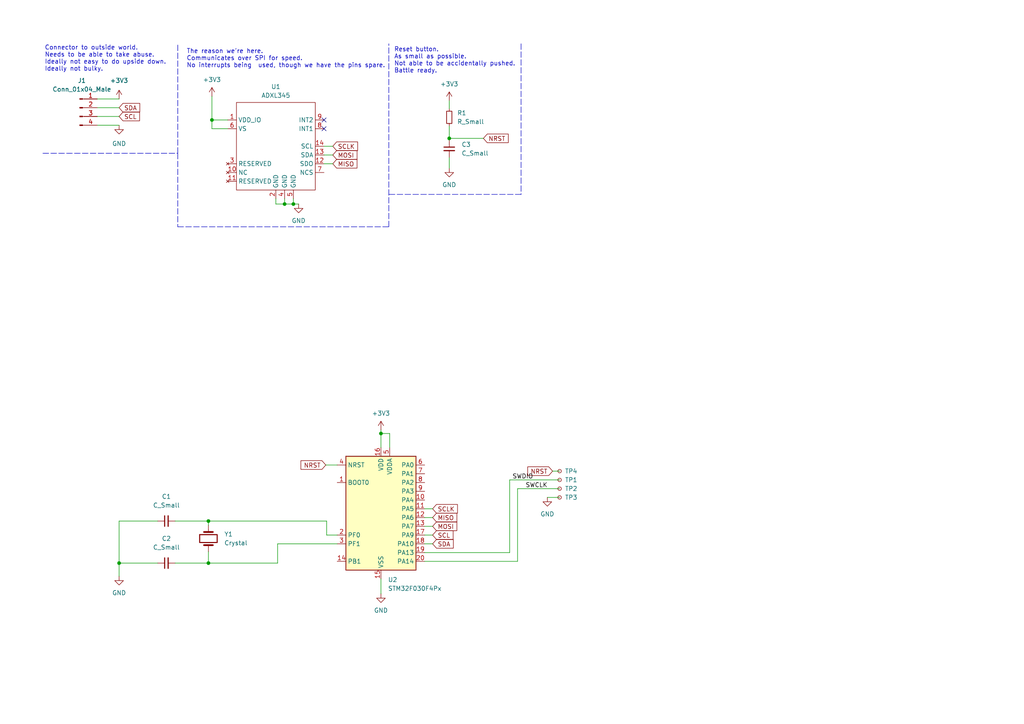
<source format=kicad_sch>
(kicad_sch (version 20211123) (generator eeschema)

  (uuid 4554de77-a63b-4187-9295-82d0f32f3b04)

  (paper "A4")

  (lib_symbols
    (symbol "Connector:Conn_01x04_Male" (pin_names (offset 1.016) hide) (in_bom yes) (on_board yes)
      (property "Reference" "J" (id 0) (at 0 5.08 0)
        (effects (font (size 1.27 1.27)))
      )
      (property "Value" "Conn_01x04_Male" (id 1) (at 0 -7.62 0)
        (effects (font (size 1.27 1.27)))
      )
      (property "Footprint" "" (id 2) (at 0 0 0)
        (effects (font (size 1.27 1.27)) hide)
      )
      (property "Datasheet" "~" (id 3) (at 0 0 0)
        (effects (font (size 1.27 1.27)) hide)
      )
      (property "ki_keywords" "connector" (id 4) (at 0 0 0)
        (effects (font (size 1.27 1.27)) hide)
      )
      (property "ki_description" "Generic connector, single row, 01x04, script generated (kicad-library-utils/schlib/autogen/connector/)" (id 5) (at 0 0 0)
        (effects (font (size 1.27 1.27)) hide)
      )
      (property "ki_fp_filters" "Connector*:*_1x??_*" (id 6) (at 0 0 0)
        (effects (font (size 1.27 1.27)) hide)
      )
      (symbol "Conn_01x04_Male_1_1"
        (polyline
          (pts
            (xy 1.27 -5.08)
            (xy 0.8636 -5.08)
          )
          (stroke (width 0.1524) (type default) (color 0 0 0 0))
          (fill (type none))
        )
        (polyline
          (pts
            (xy 1.27 -2.54)
            (xy 0.8636 -2.54)
          )
          (stroke (width 0.1524) (type default) (color 0 0 0 0))
          (fill (type none))
        )
        (polyline
          (pts
            (xy 1.27 0)
            (xy 0.8636 0)
          )
          (stroke (width 0.1524) (type default) (color 0 0 0 0))
          (fill (type none))
        )
        (polyline
          (pts
            (xy 1.27 2.54)
            (xy 0.8636 2.54)
          )
          (stroke (width 0.1524) (type default) (color 0 0 0 0))
          (fill (type none))
        )
        (rectangle (start 0.8636 -4.953) (end 0 -5.207)
          (stroke (width 0.1524) (type default) (color 0 0 0 0))
          (fill (type outline))
        )
        (rectangle (start 0.8636 -2.413) (end 0 -2.667)
          (stroke (width 0.1524) (type default) (color 0 0 0 0))
          (fill (type outline))
        )
        (rectangle (start 0.8636 0.127) (end 0 -0.127)
          (stroke (width 0.1524) (type default) (color 0 0 0 0))
          (fill (type outline))
        )
        (rectangle (start 0.8636 2.667) (end 0 2.413)
          (stroke (width 0.1524) (type default) (color 0 0 0 0))
          (fill (type outline))
        )
        (pin passive line (at 5.08 2.54 180) (length 3.81)
          (name "Pin_1" (effects (font (size 1.27 1.27))))
          (number "1" (effects (font (size 1.27 1.27))))
        )
        (pin passive line (at 5.08 0 180) (length 3.81)
          (name "Pin_2" (effects (font (size 1.27 1.27))))
          (number "2" (effects (font (size 1.27 1.27))))
        )
        (pin passive line (at 5.08 -2.54 180) (length 3.81)
          (name "Pin_3" (effects (font (size 1.27 1.27))))
          (number "3" (effects (font (size 1.27 1.27))))
        )
        (pin passive line (at 5.08 -5.08 180) (length 3.81)
          (name "Pin_4" (effects (font (size 1.27 1.27))))
          (number "4" (effects (font (size 1.27 1.27))))
        )
      )
    )
    (symbol "Connector:TestPoint_Small" (pin_numbers hide) (pin_names (offset 0.762) hide) (in_bom yes) (on_board yes)
      (property "Reference" "TP" (id 0) (at 0 3.81 0)
        (effects (font (size 1.27 1.27)))
      )
      (property "Value" "TestPoint_Small" (id 1) (at 0 2.032 0)
        (effects (font (size 1.27 1.27)))
      )
      (property "Footprint" "" (id 2) (at 5.08 0 0)
        (effects (font (size 1.27 1.27)) hide)
      )
      (property "Datasheet" "~" (id 3) (at 5.08 0 0)
        (effects (font (size 1.27 1.27)) hide)
      )
      (property "ki_keywords" "test point tp" (id 4) (at 0 0 0)
        (effects (font (size 1.27 1.27)) hide)
      )
      (property "ki_description" "test point" (id 5) (at 0 0 0)
        (effects (font (size 1.27 1.27)) hide)
      )
      (property "ki_fp_filters" "Pin* Test*" (id 6) (at 0 0 0)
        (effects (font (size 1.27 1.27)) hide)
      )
      (symbol "TestPoint_Small_0_1"
        (circle (center 0 0) (radius 0.508)
          (stroke (width 0) (type default) (color 0 0 0 0))
          (fill (type none))
        )
      )
      (symbol "TestPoint_Small_1_1"
        (pin passive line (at 0 0 90) (length 0)
          (name "1" (effects (font (size 1.27 1.27))))
          (number "1" (effects (font (size 1.27 1.27))))
        )
      )
    )
    (symbol "Custom:ADXL345" (in_bom yes) (on_board yes)
      (property "Reference" "U" (id 0) (at 0 0 0)
        (effects (font (size 1.27 1.27)))
      )
      (property "Value" "ADXL345" (id 1) (at 0 -2.54 0)
        (effects (font (size 1.27 1.27)))
      )
      (property "Footprint" "Package_LGA:LGA-14_3x5mm_P0.8mm_LayoutBorder1x6y" (id 2) (at 0 0 0)
        (effects (font (size 1.27 1.27)) hide)
      )
      (property "Datasheet" "" (id 3) (at 0 0 0)
        (effects (font (size 1.27 1.27)) hide)
      )
      (symbol "ADXL345_0_1"
        (rectangle (start -11.43 -3.81) (end 11.43 -29.21)
          (stroke (width 0) (type default) (color 0 0 0 0))
          (fill (type none))
        )
      )
      (symbol "ADXL345_1_1"
        (pin power_in line (at -13.97 -8.89 0) (length 2.54)
          (name "VDD_IO" (effects (font (size 1.27 1.27))))
          (number "1" (effects (font (size 1.27 1.27))))
        )
        (pin no_connect line (at -13.97 -24.13 0) (length 2.54)
          (name "NC" (effects (font (size 1.27 1.27))))
          (number "10" (effects (font (size 1.27 1.27))))
        )
        (pin no_connect line (at -13.97 -26.67 0) (length 2.54)
          (name "RESERVED" (effects (font (size 1.27 1.27))))
          (number "11" (effects (font (size 1.27 1.27))))
        )
        (pin output line (at 13.97 -21.59 180) (length 2.54)
          (name "SDO" (effects (font (size 1.27 1.27))))
          (number "12" (effects (font (size 1.27 1.27))))
        )
        (pin bidirectional line (at 13.97 -19.05 180) (length 2.54)
          (name "SDA" (effects (font (size 1.27 1.27))))
          (number "13" (effects (font (size 1.27 1.27))))
        )
        (pin bidirectional line (at 13.97 -16.51 180) (length 2.54)
          (name "SCL" (effects (font (size 1.27 1.27))))
          (number "14" (effects (font (size 1.27 1.27))))
        )
        (pin power_in line (at 0 -31.75 90) (length 2.54)
          (name "GND" (effects (font (size 1.27 1.27))))
          (number "2" (effects (font (size 1.27 1.27))))
        )
        (pin no_connect line (at -13.97 -21.59 0) (length 2.54)
          (name "RESERVED" (effects (font (size 1.27 1.27))))
          (number "3" (effects (font (size 1.27 1.27))))
        )
        (pin power_in line (at 2.54 -31.75 90) (length 2.54)
          (name "GND" (effects (font (size 1.27 1.27))))
          (number "4" (effects (font (size 1.27 1.27))))
        )
        (pin power_in line (at 5.08 -31.75 90) (length 2.54)
          (name "GND" (effects (font (size 1.27 1.27))))
          (number "5" (effects (font (size 1.27 1.27))))
        )
        (pin power_in line (at -13.97 -11.43 0) (length 2.54)
          (name "VS" (effects (font (size 1.27 1.27))))
          (number "6" (effects (font (size 1.27 1.27))))
        )
        (pin input line (at 13.97 -24.13 180) (length 2.54)
          (name "NCS" (effects (font (size 1.27 1.27))))
          (number "7" (effects (font (size 1.27 1.27))))
        )
        (pin output line (at 13.97 -11.43 180) (length 2.54)
          (name "INT1" (effects (font (size 1.27 1.27))))
          (number "8" (effects (font (size 1.27 1.27))))
        )
        (pin output line (at 13.97 -8.89 180) (length 2.54)
          (name "INT2" (effects (font (size 1.27 1.27))))
          (number "9" (effects (font (size 1.27 1.27))))
        )
      )
    )
    (symbol "Device:C_Small" (pin_numbers hide) (pin_names (offset 0.254) hide) (in_bom yes) (on_board yes)
      (property "Reference" "C" (id 0) (at 0.254 1.778 0)
        (effects (font (size 1.27 1.27)) (justify left))
      )
      (property "Value" "C_Small" (id 1) (at 0.254 -2.032 0)
        (effects (font (size 1.27 1.27)) (justify left))
      )
      (property "Footprint" "" (id 2) (at 0 0 0)
        (effects (font (size 1.27 1.27)) hide)
      )
      (property "Datasheet" "~" (id 3) (at 0 0 0)
        (effects (font (size 1.27 1.27)) hide)
      )
      (property "ki_keywords" "capacitor cap" (id 4) (at 0 0 0)
        (effects (font (size 1.27 1.27)) hide)
      )
      (property "ki_description" "Unpolarized capacitor, small symbol" (id 5) (at 0 0 0)
        (effects (font (size 1.27 1.27)) hide)
      )
      (property "ki_fp_filters" "C_*" (id 6) (at 0 0 0)
        (effects (font (size 1.27 1.27)) hide)
      )
      (symbol "C_Small_0_1"
        (polyline
          (pts
            (xy -1.524 -0.508)
            (xy 1.524 -0.508)
          )
          (stroke (width 0.3302) (type default) (color 0 0 0 0))
          (fill (type none))
        )
        (polyline
          (pts
            (xy -1.524 0.508)
            (xy 1.524 0.508)
          )
          (stroke (width 0.3048) (type default) (color 0 0 0 0))
          (fill (type none))
        )
      )
      (symbol "C_Small_1_1"
        (pin passive line (at 0 2.54 270) (length 2.032)
          (name "~" (effects (font (size 1.27 1.27))))
          (number "1" (effects (font (size 1.27 1.27))))
        )
        (pin passive line (at 0 -2.54 90) (length 2.032)
          (name "~" (effects (font (size 1.27 1.27))))
          (number "2" (effects (font (size 1.27 1.27))))
        )
      )
    )
    (symbol "Device:Crystal" (pin_numbers hide) (pin_names (offset 1.016) hide) (in_bom yes) (on_board yes)
      (property "Reference" "Y" (id 0) (at 0 3.81 0)
        (effects (font (size 1.27 1.27)))
      )
      (property "Value" "Crystal" (id 1) (at 0 -3.81 0)
        (effects (font (size 1.27 1.27)))
      )
      (property "Footprint" "" (id 2) (at 0 0 0)
        (effects (font (size 1.27 1.27)) hide)
      )
      (property "Datasheet" "~" (id 3) (at 0 0 0)
        (effects (font (size 1.27 1.27)) hide)
      )
      (property "ki_keywords" "quartz ceramic resonator oscillator" (id 4) (at 0 0 0)
        (effects (font (size 1.27 1.27)) hide)
      )
      (property "ki_description" "Two pin crystal" (id 5) (at 0 0 0)
        (effects (font (size 1.27 1.27)) hide)
      )
      (property "ki_fp_filters" "Crystal*" (id 6) (at 0 0 0)
        (effects (font (size 1.27 1.27)) hide)
      )
      (symbol "Crystal_0_1"
        (rectangle (start -1.143 2.54) (end 1.143 -2.54)
          (stroke (width 0.3048) (type default) (color 0 0 0 0))
          (fill (type none))
        )
        (polyline
          (pts
            (xy -2.54 0)
            (xy -1.905 0)
          )
          (stroke (width 0) (type default) (color 0 0 0 0))
          (fill (type none))
        )
        (polyline
          (pts
            (xy -1.905 -1.27)
            (xy -1.905 1.27)
          )
          (stroke (width 0.508) (type default) (color 0 0 0 0))
          (fill (type none))
        )
        (polyline
          (pts
            (xy 1.905 -1.27)
            (xy 1.905 1.27)
          )
          (stroke (width 0.508) (type default) (color 0 0 0 0))
          (fill (type none))
        )
        (polyline
          (pts
            (xy 2.54 0)
            (xy 1.905 0)
          )
          (stroke (width 0) (type default) (color 0 0 0 0))
          (fill (type none))
        )
      )
      (symbol "Crystal_1_1"
        (pin passive line (at -3.81 0 0) (length 1.27)
          (name "1" (effects (font (size 1.27 1.27))))
          (number "1" (effects (font (size 1.27 1.27))))
        )
        (pin passive line (at 3.81 0 180) (length 1.27)
          (name "2" (effects (font (size 1.27 1.27))))
          (number "2" (effects (font (size 1.27 1.27))))
        )
      )
    )
    (symbol "Device:R_Small" (pin_numbers hide) (pin_names (offset 0.254) hide) (in_bom yes) (on_board yes)
      (property "Reference" "R" (id 0) (at 0.762 0.508 0)
        (effects (font (size 1.27 1.27)) (justify left))
      )
      (property "Value" "R_Small" (id 1) (at 0.762 -1.016 0)
        (effects (font (size 1.27 1.27)) (justify left))
      )
      (property "Footprint" "" (id 2) (at 0 0 0)
        (effects (font (size 1.27 1.27)) hide)
      )
      (property "Datasheet" "~" (id 3) (at 0 0 0)
        (effects (font (size 1.27 1.27)) hide)
      )
      (property "ki_keywords" "R resistor" (id 4) (at 0 0 0)
        (effects (font (size 1.27 1.27)) hide)
      )
      (property "ki_description" "Resistor, small symbol" (id 5) (at 0 0 0)
        (effects (font (size 1.27 1.27)) hide)
      )
      (property "ki_fp_filters" "R_*" (id 6) (at 0 0 0)
        (effects (font (size 1.27 1.27)) hide)
      )
      (symbol "R_Small_0_1"
        (rectangle (start -0.762 1.778) (end 0.762 -1.778)
          (stroke (width 0.2032) (type default) (color 0 0 0 0))
          (fill (type none))
        )
      )
      (symbol "R_Small_1_1"
        (pin passive line (at 0 2.54 270) (length 0.762)
          (name "~" (effects (font (size 1.27 1.27))))
          (number "1" (effects (font (size 1.27 1.27))))
        )
        (pin passive line (at 0 -2.54 90) (length 0.762)
          (name "~" (effects (font (size 1.27 1.27))))
          (number "2" (effects (font (size 1.27 1.27))))
        )
      )
    )
    (symbol "MCU_ST_STM32F0:STM32F030F4Px" (in_bom yes) (on_board yes)
      (property "Reference" "U" (id 0) (at -10.16 16.51 0)
        (effects (font (size 1.27 1.27)) (justify left))
      )
      (property "Value" "STM32F030F4Px" (id 1) (at 5.08 16.51 0)
        (effects (font (size 1.27 1.27)) (justify left))
      )
      (property "Footprint" "Package_SO:TSSOP-20_4.4x6.5mm_P0.65mm" (id 2) (at -10.16 -17.78 0)
        (effects (font (size 1.27 1.27)) (justify right) hide)
      )
      (property "Datasheet" "http://www.st.com/st-web-ui/static/active/en/resource/technical/document/datasheet/DM00088500.pdf" (id 3) (at 0 0 0)
        (effects (font (size 1.27 1.27)) hide)
      )
      (property "ki_keywords" "ARM Cortex-M0 STM32F0 STM32F0x0 Value Line" (id 4) (at 0 0 0)
        (effects (font (size 1.27 1.27)) hide)
      )
      (property "ki_description" "ARM Cortex-M0 MCU, 16KB flash, 4KB RAM, 48MHz, 2.4-3.6V, 15 GPIO, TSSOP-20" (id 5) (at 0 0 0)
        (effects (font (size 1.27 1.27)) hide)
      )
      (property "ki_fp_filters" "TSSOP*4.4x6.5mm*P0.65mm*" (id 6) (at 0 0 0)
        (effects (font (size 1.27 1.27)) hide)
      )
      (symbol "STM32F030F4Px_0_1"
        (rectangle (start -10.16 -17.78) (end 10.16 15.24)
          (stroke (width 0.254) (type default) (color 0 0 0 0))
          (fill (type background))
        )
      )
      (symbol "STM32F030F4Px_1_1"
        (pin input line (at -12.7 7.62 0) (length 2.54)
          (name "BOOT0" (effects (font (size 1.27 1.27))))
          (number "1" (effects (font (size 1.27 1.27))))
        )
        (pin bidirectional line (at 12.7 2.54 180) (length 2.54)
          (name "PA4" (effects (font (size 1.27 1.27))))
          (number "10" (effects (font (size 1.27 1.27))))
        )
        (pin bidirectional line (at 12.7 0 180) (length 2.54)
          (name "PA5" (effects (font (size 1.27 1.27))))
          (number "11" (effects (font (size 1.27 1.27))))
        )
        (pin bidirectional line (at 12.7 -2.54 180) (length 2.54)
          (name "PA6" (effects (font (size 1.27 1.27))))
          (number "12" (effects (font (size 1.27 1.27))))
        )
        (pin bidirectional line (at 12.7 -5.08 180) (length 2.54)
          (name "PA7" (effects (font (size 1.27 1.27))))
          (number "13" (effects (font (size 1.27 1.27))))
        )
        (pin bidirectional line (at -12.7 -15.24 0) (length 2.54)
          (name "PB1" (effects (font (size 1.27 1.27))))
          (number "14" (effects (font (size 1.27 1.27))))
        )
        (pin power_in line (at 0 -20.32 90) (length 2.54)
          (name "VSS" (effects (font (size 1.27 1.27))))
          (number "15" (effects (font (size 1.27 1.27))))
        )
        (pin power_in line (at 0 17.78 270) (length 2.54)
          (name "VDD" (effects (font (size 1.27 1.27))))
          (number "16" (effects (font (size 1.27 1.27))))
        )
        (pin bidirectional line (at 12.7 -7.62 180) (length 2.54)
          (name "PA9" (effects (font (size 1.27 1.27))))
          (number "17" (effects (font (size 1.27 1.27))))
        )
        (pin bidirectional line (at 12.7 -10.16 180) (length 2.54)
          (name "PA10" (effects (font (size 1.27 1.27))))
          (number "18" (effects (font (size 1.27 1.27))))
        )
        (pin bidirectional line (at 12.7 -12.7 180) (length 2.54)
          (name "PA13" (effects (font (size 1.27 1.27))))
          (number "19" (effects (font (size 1.27 1.27))))
        )
        (pin input line (at -12.7 -7.62 0) (length 2.54)
          (name "PF0" (effects (font (size 1.27 1.27))))
          (number "2" (effects (font (size 1.27 1.27))))
        )
        (pin bidirectional line (at 12.7 -15.24 180) (length 2.54)
          (name "PA14" (effects (font (size 1.27 1.27))))
          (number "20" (effects (font (size 1.27 1.27))))
        )
        (pin input line (at -12.7 -10.16 0) (length 2.54)
          (name "PF1" (effects (font (size 1.27 1.27))))
          (number "3" (effects (font (size 1.27 1.27))))
        )
        (pin input line (at -12.7 12.7 0) (length 2.54)
          (name "NRST" (effects (font (size 1.27 1.27))))
          (number "4" (effects (font (size 1.27 1.27))))
        )
        (pin power_in line (at 2.54 17.78 270) (length 2.54)
          (name "VDDA" (effects (font (size 1.27 1.27))))
          (number "5" (effects (font (size 1.27 1.27))))
        )
        (pin bidirectional line (at 12.7 12.7 180) (length 2.54)
          (name "PA0" (effects (font (size 1.27 1.27))))
          (number "6" (effects (font (size 1.27 1.27))))
        )
        (pin bidirectional line (at 12.7 10.16 180) (length 2.54)
          (name "PA1" (effects (font (size 1.27 1.27))))
          (number "7" (effects (font (size 1.27 1.27))))
        )
        (pin bidirectional line (at 12.7 7.62 180) (length 2.54)
          (name "PA2" (effects (font (size 1.27 1.27))))
          (number "8" (effects (font (size 1.27 1.27))))
        )
        (pin bidirectional line (at 12.7 5.08 180) (length 2.54)
          (name "PA3" (effects (font (size 1.27 1.27))))
          (number "9" (effects (font (size 1.27 1.27))))
        )
      )
    )
    (symbol "power:+3V3" (power) (pin_names (offset 0)) (in_bom yes) (on_board yes)
      (property "Reference" "#PWR" (id 0) (at 0 -3.81 0)
        (effects (font (size 1.27 1.27)) hide)
      )
      (property "Value" "+3V3" (id 1) (at 0 3.556 0)
        (effects (font (size 1.27 1.27)))
      )
      (property "Footprint" "" (id 2) (at 0 0 0)
        (effects (font (size 1.27 1.27)) hide)
      )
      (property "Datasheet" "" (id 3) (at 0 0 0)
        (effects (font (size 1.27 1.27)) hide)
      )
      (property "ki_keywords" "power-flag" (id 4) (at 0 0 0)
        (effects (font (size 1.27 1.27)) hide)
      )
      (property "ki_description" "Power symbol creates a global label with name \"+3V3\"" (id 5) (at 0 0 0)
        (effects (font (size 1.27 1.27)) hide)
      )
      (symbol "+3V3_0_1"
        (polyline
          (pts
            (xy -0.762 1.27)
            (xy 0 2.54)
          )
          (stroke (width 0) (type default) (color 0 0 0 0))
          (fill (type none))
        )
        (polyline
          (pts
            (xy 0 0)
            (xy 0 2.54)
          )
          (stroke (width 0) (type default) (color 0 0 0 0))
          (fill (type none))
        )
        (polyline
          (pts
            (xy 0 2.54)
            (xy 0.762 1.27)
          )
          (stroke (width 0) (type default) (color 0 0 0 0))
          (fill (type none))
        )
      )
      (symbol "+3V3_1_1"
        (pin power_in line (at 0 0 90) (length 0) hide
          (name "+3V3" (effects (font (size 1.27 1.27))))
          (number "1" (effects (font (size 1.27 1.27))))
        )
      )
    )
    (symbol "power:GND" (power) (pin_names (offset 0)) (in_bom yes) (on_board yes)
      (property "Reference" "#PWR" (id 0) (at 0 -6.35 0)
        (effects (font (size 1.27 1.27)) hide)
      )
      (property "Value" "GND" (id 1) (at 0 -3.81 0)
        (effects (font (size 1.27 1.27)))
      )
      (property "Footprint" "" (id 2) (at 0 0 0)
        (effects (font (size 1.27 1.27)) hide)
      )
      (property "Datasheet" "" (id 3) (at 0 0 0)
        (effects (font (size 1.27 1.27)) hide)
      )
      (property "ki_keywords" "power-flag" (id 4) (at 0 0 0)
        (effects (font (size 1.27 1.27)) hide)
      )
      (property "ki_description" "Power symbol creates a global label with name \"GND\" , ground" (id 5) (at 0 0 0)
        (effects (font (size 1.27 1.27)) hide)
      )
      (symbol "GND_0_1"
        (polyline
          (pts
            (xy 0 0)
            (xy 0 -1.27)
            (xy 1.27 -1.27)
            (xy 0 -2.54)
            (xy -1.27 -1.27)
            (xy 0 -1.27)
          )
          (stroke (width 0) (type default) (color 0 0 0 0))
          (fill (type none))
        )
      )
      (symbol "GND_1_1"
        (pin power_in line (at 0 0 270) (length 0) hide
          (name "GND" (effects (font (size 1.27 1.27))))
          (number "1" (effects (font (size 1.27 1.27))))
        )
      )
    )
  )

  (junction (at 34.544 163.322) (diameter 0) (color 0 0 0 0)
    (uuid 21812aa5-c6ba-4cb8-b8cf-1d141a16c49a)
  )
  (junction (at 85.09 59.182) (diameter 0) (color 0 0 0 0)
    (uuid 3127584c-0940-481c-aec5-172d14859d02)
  )
  (junction (at 60.452 151.13) (diameter 0) (color 0 0 0 0)
    (uuid 6e95465e-bef2-4962-98d7-c9304fab360c)
  )
  (junction (at 110.49 125.73) (diameter 0) (color 0 0 0 0)
    (uuid 83a2cd9b-eab0-4cfc-8f56-28024c40119f)
  )
  (junction (at 130.302 40.132) (diameter 0) (color 0 0 0 0)
    (uuid 9c128b4e-b7ed-42b1-a8a0-e93427c2a462)
  )
  (junction (at 82.55 59.182) (diameter 0) (color 0 0 0 0)
    (uuid c03b9929-846d-47b7-9325-c2caada03130)
  )
  (junction (at 61.468 34.798) (diameter 0) (color 0 0 0 0)
    (uuid d3363324-da13-46a8-96b1-4ad7de949e82)
  )
  (junction (at 60.452 163.322) (diameter 0) (color 0 0 0 0)
    (uuid d3c04c43-a4b0-4f1e-a4fb-6e558111cb00)
  )

  (no_connect (at 93.98 37.338) (uuid 4acf1110-05c9-4ddd-9e19-889fc312cea4))
  (no_connect (at 93.98 34.798) (uuid b9810df2-b35d-4174-95f9-b54ac1fdb526))

  (wire (pts (xy 130.302 36.576) (xy 130.302 40.132))
    (stroke (width 0) (type default) (color 0 0 0 0))
    (uuid 00223ac1-d5bf-4359-8f52-f62a4490f58f)
  )
  (wire (pts (xy 28.194 33.782) (xy 34.544 33.782))
    (stroke (width 0) (type default) (color 0 0 0 0))
    (uuid 10d35805-d8e0-42a1-9eaf-a30b22b07443)
  )
  (wire (pts (xy 60.452 163.322) (xy 60.452 160.02))
    (stroke (width 0) (type default) (color 0 0 0 0))
    (uuid 182fe22d-0088-4835-8fa7-1da9d805809c)
  )
  (wire (pts (xy 28.194 31.242) (xy 34.544 31.242))
    (stroke (width 0) (type default) (color 0 0 0 0))
    (uuid 1b38a0ce-db7b-4f1c-a7fe-7a73e06f1d85)
  )
  (polyline (pts (xy 151.13 12.7) (xy 151.13 56.388))
    (stroke (width 0) (type default) (color 0 0 0 0))
    (uuid 1cb5a34a-44cd-4043-875f-51567a730143)
  )

  (wire (pts (xy 45.72 163.322) (xy 34.544 163.322))
    (stroke (width 0) (type default) (color 0 0 0 0))
    (uuid 213b6ce2-cbfb-422c-8b1c-21f23fbb28f8)
  )
  (wire (pts (xy 85.09 59.182) (xy 86.614 59.182))
    (stroke (width 0) (type default) (color 0 0 0 0))
    (uuid 23935696-2abe-4253-9c21-eb860255c5a7)
  )
  (wire (pts (xy 158.75 144.272) (xy 162.306 144.272))
    (stroke (width 0) (type default) (color 0 0 0 0))
    (uuid 312fbdbe-7cc8-4816-92aa-d2834bed1619)
  )
  (wire (pts (xy 80.518 157.734) (xy 80.518 163.322))
    (stroke (width 0) (type default) (color 0 0 0 0))
    (uuid 34050151-988a-49a4-98fe-9ab9d1b7f615)
  )
  (wire (pts (xy 82.55 57.658) (xy 82.55 59.182))
    (stroke (width 0) (type default) (color 0 0 0 0))
    (uuid 36f05a2e-e66e-4535-b9fb-0dc3dcf53dc9)
  )
  (wire (pts (xy 50.8 151.13) (xy 60.452 151.13))
    (stroke (width 0) (type default) (color 0 0 0 0))
    (uuid 391d8a02-1108-4c2b-8a31-c6fb05db1622)
  )
  (wire (pts (xy 123.19 160.274) (xy 147.828 160.274))
    (stroke (width 0) (type default) (color 0 0 0 0))
    (uuid 3b70dc96-3e99-49e6-9999-c891e11f9454)
  )
  (wire (pts (xy 150.114 162.814) (xy 150.114 141.732))
    (stroke (width 0) (type default) (color 0 0 0 0))
    (uuid 3c0d2a1b-3a0f-4ae6-8299-c0706778bf9a)
  )
  (wire (pts (xy 110.49 124.714) (xy 110.49 125.73))
    (stroke (width 0) (type default) (color 0 0 0 0))
    (uuid 4422e34e-2675-444f-8fd9-1f6a554d38bd)
  )
  (wire (pts (xy 123.19 147.574) (xy 125.476 147.574))
    (stroke (width 0) (type default) (color 0 0 0 0))
    (uuid 44f6d557-560b-4a12-8d8e-db1c36c09d43)
  )
  (wire (pts (xy 123.19 155.194) (xy 125.476 155.194))
    (stroke (width 0) (type default) (color 0 0 0 0))
    (uuid 4958698e-952e-40af-b9f9-cad405c0461c)
  )
  (wire (pts (xy 150.114 141.732) (xy 162.306 141.732))
    (stroke (width 0) (type default) (color 0 0 0 0))
    (uuid 495b9fd1-124a-425a-8f89-ebbc0126b2f7)
  )
  (wire (pts (xy 130.302 40.132) (xy 140.208 40.132))
    (stroke (width 0) (type default) (color 0 0 0 0))
    (uuid 4cca71a8-c215-4797-99f8-f15bca9a3805)
  )
  (polyline (pts (xy 151.13 56.388) (xy 112.776 56.388))
    (stroke (width 0) (type default) (color 0 0 0 0))
    (uuid 51f3097c-14a4-47db-8807-c8bcbd5ff83e)
  )

  (wire (pts (xy 50.8 163.322) (xy 60.452 163.322))
    (stroke (width 0) (type default) (color 0 0 0 0))
    (uuid 5a58047d-9ffd-4945-94db-755e303d297d)
  )
  (wire (pts (xy 94.742 155.194) (xy 94.742 151.13))
    (stroke (width 0) (type default) (color 0 0 0 0))
    (uuid 5bf67237-601a-4d00-a6f2-f6571b98f7a6)
  )
  (wire (pts (xy 28.194 36.322) (xy 34.544 36.322))
    (stroke (width 0) (type default) (color 0 0 0 0))
    (uuid 5d3176cd-8733-4f3a-ad2e-f4f2fbaa5138)
  )
  (polyline (pts (xy 51.562 44.45) (xy 51.562 12.7))
    (stroke (width 0) (type default) (color 0 0 0 0))
    (uuid 60284cbc-b698-4dcc-b253-6123adfeee8b)
  )

  (wire (pts (xy 130.302 40.132) (xy 130.302 40.64))
    (stroke (width 0) (type default) (color 0 0 0 0))
    (uuid 625bdaa1-9f56-47af-9a96-7727f334e5dc)
  )
  (wire (pts (xy 80.01 57.658) (xy 80.01 59.182))
    (stroke (width 0) (type default) (color 0 0 0 0))
    (uuid 655ee545-6c3b-4104-b57e-159b819f3c58)
  )
  (wire (pts (xy 28.194 28.702) (xy 34.544 28.702))
    (stroke (width 0) (type default) (color 0 0 0 0))
    (uuid 65fd9eb9-104b-49eb-a91e-b94b455ec26f)
  )
  (polyline (pts (xy 51.562 44.45) (xy 51.562 65.786))
    (stroke (width 0) (type default) (color 0 0 0 0))
    (uuid 69f51c5e-17df-4baf-88b6-3ca64f1d07db)
  )

  (wire (pts (xy 147.828 139.192) (xy 162.306 139.192))
    (stroke (width 0) (type default) (color 0 0 0 0))
    (uuid 6ce9332a-b655-4b0a-958c-48f96acf5dbd)
  )
  (wire (pts (xy 123.19 157.734) (xy 125.476 157.734))
    (stroke (width 0) (type default) (color 0 0 0 0))
    (uuid 6e2ef25b-2ee2-4a45-a712-4856c9cf5035)
  )
  (wire (pts (xy 61.468 34.798) (xy 66.04 34.798))
    (stroke (width 0) (type default) (color 0 0 0 0))
    (uuid 6f955c0c-261c-46af-b854-6eca1d150d73)
  )
  (wire (pts (xy 93.98 47.498) (xy 96.52 47.498))
    (stroke (width 0) (type default) (color 0 0 0 0))
    (uuid 71e96ea0-8065-41a7-b068-5c40cef4cb84)
  )
  (wire (pts (xy 34.544 151.13) (xy 34.544 163.322))
    (stroke (width 0) (type default) (color 0 0 0 0))
    (uuid 761f08c1-fcc6-4efb-b587-5e82d8c7ddea)
  )
  (wire (pts (xy 123.19 162.814) (xy 150.114 162.814))
    (stroke (width 0) (type default) (color 0 0 0 0))
    (uuid 787d6d8d-8331-43da-aadf-573a13daf801)
  )
  (wire (pts (xy 160.274 136.652) (xy 162.306 136.652))
    (stroke (width 0) (type default) (color 0 0 0 0))
    (uuid 7a2790b5-612a-4809-8c3a-4ce1b9d22848)
  )
  (wire (pts (xy 93.98 42.418) (xy 96.52 42.418))
    (stroke (width 0) (type default) (color 0 0 0 0))
    (uuid 7c6a379f-d252-4c3b-ae09-5107f4b75dcc)
  )
  (wire (pts (xy 61.468 27.94) (xy 61.468 34.798))
    (stroke (width 0) (type default) (color 0 0 0 0))
    (uuid 7d0bb563-6c5f-4860-9365-389da066c0d8)
  )
  (wire (pts (xy 113.03 125.73) (xy 110.49 125.73))
    (stroke (width 0) (type default) (color 0 0 0 0))
    (uuid 8f201d8f-7d9b-472e-a795-cd923f1aa024)
  )
  (wire (pts (xy 85.09 57.658) (xy 85.09 59.182))
    (stroke (width 0) (type default) (color 0 0 0 0))
    (uuid 8ff3ed5f-c2d6-47a4-8356-2105cccac65f)
  )
  (wire (pts (xy 147.828 160.274) (xy 147.828 139.192))
    (stroke (width 0) (type default) (color 0 0 0 0))
    (uuid 9361bdbd-06aa-4ee8-bcdd-7f364140ba91)
  )
  (wire (pts (xy 130.302 45.72) (xy 130.302 48.768))
    (stroke (width 0) (type default) (color 0 0 0 0))
    (uuid 9495dac2-5ef3-48f6-9fc4-221025600930)
  )
  (wire (pts (xy 110.49 125.73) (xy 110.49 129.794))
    (stroke (width 0) (type default) (color 0 0 0 0))
    (uuid 997113c6-0547-4043-9174-adac8c360183)
  )
  (wire (pts (xy 80.01 59.182) (xy 82.55 59.182))
    (stroke (width 0) (type default) (color 0 0 0 0))
    (uuid a69fa97b-e9f3-4902-86fd-59d417bd3f55)
  )
  (wire (pts (xy 61.468 34.798) (xy 61.468 37.338))
    (stroke (width 0) (type default) (color 0 0 0 0))
    (uuid ad6f0be1-6d97-4d0e-a177-854fbae8c633)
  )
  (wire (pts (xy 34.544 151.13) (xy 45.72 151.13))
    (stroke (width 0) (type default) (color 0 0 0 0))
    (uuid aefa1be9-6d7d-4a31-aa9f-3754efbca2c3)
  )
  (wire (pts (xy 123.19 150.114) (xy 125.476 150.114))
    (stroke (width 0) (type default) (color 0 0 0 0))
    (uuid b4907455-e22e-4a41-9f8d-b4c162d66b0a)
  )
  (wire (pts (xy 130.302 29.21) (xy 130.302 31.496))
    (stroke (width 0) (type default) (color 0 0 0 0))
    (uuid b915bb1c-7683-4aa9-92e7-5455e7d922f8)
  )
  (wire (pts (xy 34.544 163.322) (xy 34.544 167.132))
    (stroke (width 0) (type default) (color 0 0 0 0))
    (uuid c0f63a76-6322-4ce1-ac75-d6118c8652eb)
  )
  (wire (pts (xy 82.55 59.182) (xy 85.09 59.182))
    (stroke (width 0) (type default) (color 0 0 0 0))
    (uuid c53d5b66-5b7b-4937-8cdd-9fc1c33f882c)
  )
  (wire (pts (xy 97.79 155.194) (xy 94.742 155.194))
    (stroke (width 0) (type default) (color 0 0 0 0))
    (uuid ce273d3d-8d26-4eaa-8d15-257e734a57b0)
  )
  (polyline (pts (xy 51.562 65.786) (xy 112.776 65.786))
    (stroke (width 0) (type default) (color 0 0 0 0))
    (uuid d1182d65-1948-4945-9aa1-fdd2dbfbed54)
  )

  (wire (pts (xy 110.49 167.894) (xy 110.49 172.212))
    (stroke (width 0) (type default) (color 0 0 0 0))
    (uuid dba59253-a473-4a37-b043-4bd23e0d3328)
  )
  (wire (pts (xy 60.452 151.13) (xy 60.452 152.4))
    (stroke (width 0) (type default) (color 0 0 0 0))
    (uuid dc38c165-43fd-479d-8355-2f4a1b48a1d6)
  )
  (wire (pts (xy 123.19 152.654) (xy 125.476 152.654))
    (stroke (width 0) (type default) (color 0 0 0 0))
    (uuid df33e793-4418-4a11-827d-85847c41b139)
  )
  (polyline (pts (xy 12.446 44.45) (xy 51.562 44.45))
    (stroke (width 0) (type default) (color 0 0 0 0))
    (uuid e1d547ab-86d9-4e3f-a38c-4412c225c15b)
  )

  (wire (pts (xy 80.518 163.322) (xy 60.452 163.322))
    (stroke (width 0) (type default) (color 0 0 0 0))
    (uuid e8ac4142-0b4c-478c-a72e-006a9ad02813)
  )
  (wire (pts (xy 94.488 134.874) (xy 97.79 134.874))
    (stroke (width 0) (type default) (color 0 0 0 0))
    (uuid eba88f42-0a37-4986-ab50-5ac31869b579)
  )
  (wire (pts (xy 97.79 157.734) (xy 80.518 157.734))
    (stroke (width 0) (type default) (color 0 0 0 0))
    (uuid f1734a5d-0d9e-488f-8aad-52d3919eab47)
  )
  (wire (pts (xy 61.468 37.338) (xy 66.04 37.338))
    (stroke (width 0) (type default) (color 0 0 0 0))
    (uuid f47fd464-0105-4b72-8bee-0d6993c884c3)
  )
  (wire (pts (xy 113.03 129.794) (xy 113.03 125.73))
    (stroke (width 0) (type default) (color 0 0 0 0))
    (uuid f5621579-d980-4245-91e6-1cd22dcaff67)
  )
  (wire (pts (xy 93.98 44.958) (xy 96.52 44.958))
    (stroke (width 0) (type default) (color 0 0 0 0))
    (uuid f7d60bcb-e19d-4c17-a7dc-4cb1b73c948c)
  )
  (wire (pts (xy 94.742 151.13) (xy 60.452 151.13))
    (stroke (width 0) (type default) (color 0 0 0 0))
    (uuid fa122228-5c8f-487c-98c3-5fea086570db)
  )
  (polyline (pts (xy 112.776 65.786) (xy 112.776 12.7))
    (stroke (width 0) (type default) (color 0 0 0 0))
    (uuid fb56babd-d670-4187-aaaf-0ff9f890e5f7)
  )

  (text "Reset button.\nAs small as possible.\nNot able to be accidentally pushed.\nBattle ready."
    (at 114.3 21.336 0)
    (effects (font (size 1.27 1.27)) (justify left bottom))
    (uuid 08d5639e-5e38-4716-9be9-0cd9390e2aa8)
  )
  (text "Connector to outside world.\nNeeds to be able to take abuse.\nIdeally not easy to do upside down.\nIdeally not bulky."
    (at 12.954 20.828 0)
    (effects (font (size 1.27 1.27)) (justify left bottom))
    (uuid cf5b5d2a-51fb-423c-9d28-ed7a57ab2b6d)
  )
  (text "The reason we're here.\nCommunicates over SPI for speed.\nNo interrupts being  used, though we have the pins spare."
    (at 54.102 19.812 0)
    (effects (font (size 1.27 1.27)) (justify left bottom))
    (uuid e9dc6ae1-0edd-4e70-a225-6111a44ab02a)
  )

  (label "SWDIO" (at 148.59 139.192 0)
    (effects (font (size 1.27 1.27)) (justify left bottom))
    (uuid 72e2a19b-a57a-4515-85e9-110c00f406cd)
  )
  (label "SWCLK" (at 152.4 141.732 0)
    (effects (font (size 1.27 1.27)) (justify left bottom))
    (uuid 7e037508-189f-4738-b1b7-63825b30fdbb)
  )

  (global_label "MOSI" (shape input) (at 96.52 44.958 0) (fields_autoplaced)
    (effects (font (size 1.27 1.27)) (justify left))
    (uuid 12490dae-6d34-45d6-805e-5ece8c74d096)
    (property "Intersheet References" "${INTERSHEET_REFS}" (id 0) (at 103.5293 44.8786 0)
      (effects (font (size 1.27 1.27)) (justify left) hide)
    )
  )
  (global_label "NRST" (shape input) (at 94.488 134.874 180) (fields_autoplaced)
    (effects (font (size 1.27 1.27)) (justify right))
    (uuid 16c11f71-2737-4179-916b-9cbd33749627)
    (property "Intersheet References" "${INTERSHEET_REFS}" (id 0) (at 87.2973 134.7946 0)
      (effects (font (size 1.27 1.27)) (justify right) hide)
    )
  )
  (global_label "SCL" (shape input) (at 125.476 155.194 0) (fields_autoplaced)
    (effects (font (size 1.27 1.27)) (justify left))
    (uuid 1fa1366f-35f1-4da9-acb2-4147b254df6f)
    (property "Intersheet References" "${INTERSHEET_REFS}" (id 0) (at 131.3967 155.1146 0)
      (effects (font (size 1.27 1.27)) (justify left) hide)
    )
  )
  (global_label "SDA" (shape input) (at 34.544 31.242 0) (fields_autoplaced)
    (effects (font (size 1.27 1.27)) (justify left))
    (uuid 30ca4456-c8d8-451f-b0d0-9573189f1c12)
    (property "Intersheet References" "${INTERSHEET_REFS}" (id 0) (at 40.5252 31.1626 0)
      (effects (font (size 1.27 1.27)) (justify left) hide)
    )
  )
  (global_label "SCL" (shape input) (at 34.544 33.782 0) (fields_autoplaced)
    (effects (font (size 1.27 1.27)) (justify left))
    (uuid 3da4b67b-eb89-4709-80f6-b02fbae44aa1)
    (property "Intersheet References" "${INTERSHEET_REFS}" (id 0) (at 40.4647 33.7026 0)
      (effects (font (size 1.27 1.27)) (justify left) hide)
    )
  )
  (global_label "MISO" (shape input) (at 96.52 47.498 0) (fields_autoplaced)
    (effects (font (size 1.27 1.27)) (justify left))
    (uuid 5efc3d8e-4008-4feb-849a-54fa815c5768)
    (property "Intersheet References" "${INTERSHEET_REFS}" (id 0) (at 103.5293 47.4186 0)
      (effects (font (size 1.27 1.27)) (justify left) hide)
    )
  )
  (global_label "SCLK" (shape input) (at 96.52 42.418 0) (fields_autoplaced)
    (effects (font (size 1.27 1.27)) (justify left))
    (uuid 640f2cd9-9f2a-4357-9efe-6a5192b04b26)
    (property "Intersheet References" "${INTERSHEET_REFS}" (id 0) (at 103.7107 42.3386 0)
      (effects (font (size 1.27 1.27)) (justify left) hide)
    )
  )
  (global_label "SDA" (shape input) (at 125.476 157.734 0) (fields_autoplaced)
    (effects (font (size 1.27 1.27)) (justify left))
    (uuid 65bbc4f9-295e-4b59-8330-c5f0b694d001)
    (property "Intersheet References" "${INTERSHEET_REFS}" (id 0) (at 131.4572 157.6546 0)
      (effects (font (size 1.27 1.27)) (justify left) hide)
    )
  )
  (global_label "MOSI" (shape input) (at 125.476 152.654 0) (fields_autoplaced)
    (effects (font (size 1.27 1.27)) (justify left))
    (uuid 83b251a6-eec9-4559-9029-cc6db303098f)
    (property "Intersheet References" "${INTERSHEET_REFS}" (id 0) (at 132.4853 152.5746 0)
      (effects (font (size 1.27 1.27)) (justify left) hide)
    )
  )
  (global_label "SCLK" (shape input) (at 125.476 147.574 0) (fields_autoplaced)
    (effects (font (size 1.27 1.27)) (justify left))
    (uuid 990da4af-3af3-44be-a002-c09d5033559d)
    (property "Intersheet References" "${INTERSHEET_REFS}" (id 0) (at 132.6667 147.4946 0)
      (effects (font (size 1.27 1.27)) (justify left) hide)
    )
  )
  (global_label "MISO" (shape input) (at 125.476 150.114 0) (fields_autoplaced)
    (effects (font (size 1.27 1.27)) (justify left))
    (uuid 9b220540-2f8c-4801-92fd-c74a40af1fab)
    (property "Intersheet References" "${INTERSHEET_REFS}" (id 0) (at 132.4853 150.0346 0)
      (effects (font (size 1.27 1.27)) (justify left) hide)
    )
  )
  (global_label "NRST" (shape input) (at 140.208 40.132 0) (fields_autoplaced)
    (effects (font (size 1.27 1.27)) (justify left))
    (uuid d04a0d80-b64e-45db-a967-d4899b52577a)
    (property "Intersheet References" "${INTERSHEET_REFS}" (id 0) (at 147.3987 40.0526 0)
      (effects (font (size 1.27 1.27)) (justify left) hide)
    )
  )
  (global_label "NRST" (shape input) (at 160.274 136.652 180) (fields_autoplaced)
    (effects (font (size 1.27 1.27)) (justify right))
    (uuid f7975b80-192c-48e5-972c-aa8f685f3b2e)
    (property "Intersheet References" "${INTERSHEET_REFS}" (id 0) (at 153.0833 136.7314 0)
      (effects (font (size 1.27 1.27)) (justify right) hide)
    )
  )

  (symbol (lib_id "Connector:TestPoint_Small") (at 162.306 141.732 0) (unit 1)
    (in_bom yes) (on_board yes) (fields_autoplaced)
    (uuid 09fdc607-3547-4c04-93e2-6df5ed202374)
    (property "Reference" "TP2" (id 0) (at 163.83 141.7319 0)
      (effects (font (size 1.27 1.27)) (justify left))
    )
    (property "Value" "TestPoint_Small" (id 1) (at 163.83 143.0019 0)
      (effects (font (size 1.27 1.27)) (justify left) hide)
    )
    (property "Footprint" "TestPoint:TestPoint_Pad_1.0x1.0mm" (id 2) (at 167.386 141.732 0)
      (effects (font (size 1.27 1.27)) hide)
    )
    (property "Datasheet" "~" (id 3) (at 167.386 141.732 0)
      (effects (font (size 1.27 1.27)) hide)
    )
    (pin "1" (uuid 2cc99697-94cd-4f6a-8b8d-99547499f371))
  )

  (symbol (lib_id "Device:R_Small") (at 130.302 34.036 0) (unit 1)
    (in_bom yes) (on_board yes) (fields_autoplaced)
    (uuid 16a5a26f-4d55-4d80-a655-c9acc7188637)
    (property "Reference" "R1" (id 0) (at 132.588 32.7659 0)
      (effects (font (size 1.27 1.27)) (justify left))
    )
    (property "Value" "R_Small" (id 1) (at 132.588 35.3059 0)
      (effects (font (size 1.27 1.27)) (justify left))
    )
    (property "Footprint" "Resistor_SMD:R_0603_1608Metric_Pad0.98x0.95mm_HandSolder" (id 2) (at 130.302 34.036 0)
      (effects (font (size 1.27 1.27)) hide)
    )
    (property "Datasheet" "~" (id 3) (at 130.302 34.036 0)
      (effects (font (size 1.27 1.27)) hide)
    )
    (pin "1" (uuid 82eb8ec0-3795-4585-a85a-54ff4a9dc9b5))
    (pin "2" (uuid dedfb5e7-a17f-4ca8-aad9-ead39756859f))
  )

  (symbol (lib_id "power:+3V3") (at 61.468 27.94 0) (unit 1)
    (in_bom yes) (on_board yes) (fields_autoplaced)
    (uuid 1db74189-d0ba-43b3-8cc4-65d6fc454ebe)
    (property "Reference" "#PWR0108" (id 0) (at 61.468 31.75 0)
      (effects (font (size 1.27 1.27)) hide)
    )
    (property "Value" "+3V3" (id 1) (at 61.468 23.114 0))
    (property "Footprint" "" (id 2) (at 61.468 27.94 0)
      (effects (font (size 1.27 1.27)) hide)
    )
    (property "Datasheet" "" (id 3) (at 61.468 27.94 0)
      (effects (font (size 1.27 1.27)) hide)
    )
    (pin "1" (uuid bf1be329-dc66-4799-9ae8-8e92365807da))
  )

  (symbol (lib_id "power:GND") (at 86.614 59.182 0) (unit 1)
    (in_bom yes) (on_board yes) (fields_autoplaced)
    (uuid 23571393-2294-42d3-a871-0fb7e093cd3b)
    (property "Reference" "#PWR0101" (id 0) (at 86.614 65.532 0)
      (effects (font (size 1.27 1.27)) hide)
    )
    (property "Value" "GND" (id 1) (at 86.614 64.008 0))
    (property "Footprint" "" (id 2) (at 86.614 59.182 0)
      (effects (font (size 1.27 1.27)) hide)
    )
    (property "Datasheet" "" (id 3) (at 86.614 59.182 0)
      (effects (font (size 1.27 1.27)) hide)
    )
    (pin "1" (uuid b05a2aa3-f6a1-4dac-a43b-4f57c4e18db7))
  )

  (symbol (lib_id "power:GND") (at 158.75 144.272 0) (unit 1)
    (in_bom yes) (on_board yes) (fields_autoplaced)
    (uuid 38c9c6ed-aa7a-4aa9-8550-bebc384d5e35)
    (property "Reference" "#PWR0105" (id 0) (at 158.75 150.622 0)
      (effects (font (size 1.27 1.27)) hide)
    )
    (property "Value" "GND" (id 1) (at 158.75 149.098 0))
    (property "Footprint" "" (id 2) (at 158.75 144.272 0)
      (effects (font (size 1.27 1.27)) hide)
    )
    (property "Datasheet" "" (id 3) (at 158.75 144.272 0)
      (effects (font (size 1.27 1.27)) hide)
    )
    (pin "1" (uuid bc581111-a602-4d56-9056-eef0d8e1a982))
  )

  (symbol (lib_id "power:GND") (at 110.49 172.212 0) (unit 1)
    (in_bom yes) (on_board yes) (fields_autoplaced)
    (uuid 4b8fbbdd-9bc3-410d-8a85-ec10217467f3)
    (property "Reference" "#PWR0109" (id 0) (at 110.49 178.562 0)
      (effects (font (size 1.27 1.27)) hide)
    )
    (property "Value" "GND" (id 1) (at 110.49 177.038 0))
    (property "Footprint" "" (id 2) (at 110.49 172.212 0)
      (effects (font (size 1.27 1.27)) hide)
    )
    (property "Datasheet" "" (id 3) (at 110.49 172.212 0)
      (effects (font (size 1.27 1.27)) hide)
    )
    (pin "1" (uuid fd14185a-1b45-49d7-a17b-027a35e49344))
  )

  (symbol (lib_id "Device:C_Small") (at 130.302 43.18 0) (unit 1)
    (in_bom yes) (on_board yes) (fields_autoplaced)
    (uuid 5cacb19d-a0f7-4f2c-9e86-79a34e9827ce)
    (property "Reference" "C3" (id 0) (at 133.858 41.9162 0)
      (effects (font (size 1.27 1.27)) (justify left))
    )
    (property "Value" "C_Small" (id 1) (at 133.858 44.4562 0)
      (effects (font (size 1.27 1.27)) (justify left))
    )
    (property "Footprint" "Capacitor_SMD:C_0603_1608Metric_Pad1.08x0.95mm_HandSolder" (id 2) (at 130.302 43.18 0)
      (effects (font (size 1.27 1.27)) hide)
    )
    (property "Datasheet" "~" (id 3) (at 130.302 43.18 0)
      (effects (font (size 1.27 1.27)) hide)
    )
    (pin "1" (uuid f11889e9-91fe-4be1-ad32-0155628ce24e))
    (pin "2" (uuid 6fb0fcf9-02c2-4903-99a9-5590fa17a6e1))
  )

  (symbol (lib_id "power:+3V3") (at 110.49 124.714 0) (unit 1)
    (in_bom yes) (on_board yes) (fields_autoplaced)
    (uuid 6ccfb7a1-c415-4890-a09a-5ea47e6f623b)
    (property "Reference" "#PWR0110" (id 0) (at 110.49 128.524 0)
      (effects (font (size 1.27 1.27)) hide)
    )
    (property "Value" "+3V3" (id 1) (at 110.49 119.888 0))
    (property "Footprint" "" (id 2) (at 110.49 124.714 0)
      (effects (font (size 1.27 1.27)) hide)
    )
    (property "Datasheet" "" (id 3) (at 110.49 124.714 0)
      (effects (font (size 1.27 1.27)) hide)
    )
    (pin "1" (uuid dbf6aa8f-ba1c-4eee-aaf9-91430fac6225))
  )

  (symbol (lib_id "Custom:ADXL345") (at 80.01 25.908 0) (unit 1)
    (in_bom yes) (on_board yes) (fields_autoplaced)
    (uuid 76426f8a-5dd1-4c06-86a9-ad21941aaabc)
    (property "Reference" "U1" (id 0) (at 80.01 25.146 0))
    (property "Value" "ADXL345" (id 1) (at 80.01 27.686 0))
    (property "Footprint" "Package_LGA:LGA-14_3x5mm_P0.8mm_LayoutBorder1x6y" (id 2) (at 80.01 25.908 0)
      (effects (font (size 1.27 1.27)) hide)
    )
    (property "Datasheet" "" (id 3) (at 80.01 25.908 0)
      (effects (font (size 1.27 1.27)) hide)
    )
    (pin "1" (uuid f2843045-eb52-4239-9804-5a216c001d39))
    (pin "10" (uuid a486560d-0cee-4744-82d1-6f0525b108e7))
    (pin "11" (uuid 2c708043-b499-483d-a666-7a7812b668a6))
    (pin "12" (uuid 8bc6fe69-5e66-4587-97d8-30851f7847e4))
    (pin "13" (uuid 9f349916-2d55-4fd1-b31e-1746029712ee))
    (pin "14" (uuid 5e5e8672-c164-4e96-8b29-3bea7dc833cc))
    (pin "2" (uuid 02bf6e9c-c413-425b-b91f-90cdb8d48773))
    (pin "3" (uuid e6ddd65a-a1eb-4aac-a753-95127c5ceac9))
    (pin "4" (uuid eecd82aa-95b8-43bc-b23c-45d57f9edc76))
    (pin "5" (uuid 0319ada4-2481-46c9-8e32-826b8307df19))
    (pin "6" (uuid f33e4236-7e28-4058-94ad-9e3cf2ddb55e))
    (pin "7" (uuid c6fa51a4-a1d6-4651-9677-a8a4beb7719d))
    (pin "8" (uuid e735c44d-9ca4-44fe-b911-cd0a1e5c4f01))
    (pin "9" (uuid 1bd54a49-7180-47c5-8b5a-b97f2117ed30))
  )

  (symbol (lib_id "Connector:TestPoint_Small") (at 162.306 139.192 0) (unit 1)
    (in_bom yes) (on_board yes) (fields_autoplaced)
    (uuid 76496437-d0c4-4965-9033-8c2ec1a598d8)
    (property "Reference" "TP1" (id 0) (at 163.83 139.1919 0)
      (effects (font (size 1.27 1.27)) (justify left))
    )
    (property "Value" "TestPoint_Small" (id 1) (at 163.83 140.4619 0)
      (effects (font (size 1.27 1.27)) (justify left) hide)
    )
    (property "Footprint" "TestPoint:TestPoint_Pad_1.0x1.0mm" (id 2) (at 167.386 139.192 0)
      (effects (font (size 1.27 1.27)) hide)
    )
    (property "Datasheet" "~" (id 3) (at 167.386 139.192 0)
      (effects (font (size 1.27 1.27)) hide)
    )
    (pin "1" (uuid 6b4407fb-96bf-4545-98c1-cd5e8e987550))
  )

  (symbol (lib_id "power:GND") (at 130.302 48.768 0) (unit 1)
    (in_bom yes) (on_board yes) (fields_autoplaced)
    (uuid 831eac38-f031-4dec-88f7-41b999009833)
    (property "Reference" "#PWR0102" (id 0) (at 130.302 55.118 0)
      (effects (font (size 1.27 1.27)) hide)
    )
    (property "Value" "GND" (id 1) (at 130.302 53.594 0))
    (property "Footprint" "" (id 2) (at 130.302 48.768 0)
      (effects (font (size 1.27 1.27)) hide)
    )
    (property "Datasheet" "" (id 3) (at 130.302 48.768 0)
      (effects (font (size 1.27 1.27)) hide)
    )
    (pin "1" (uuid bdc91789-24fb-4ace-93e0-868bbd724e30))
  )

  (symbol (lib_id "power:GND") (at 34.544 167.132 0) (unit 1)
    (in_bom yes) (on_board yes) (fields_autoplaced)
    (uuid 8decb015-e00d-42b7-84a5-b1ea9f87ef52)
    (property "Reference" "#PWR0111" (id 0) (at 34.544 173.482 0)
      (effects (font (size 1.27 1.27)) hide)
    )
    (property "Value" "GND" (id 1) (at 34.544 171.958 0))
    (property "Footprint" "" (id 2) (at 34.544 167.132 0)
      (effects (font (size 1.27 1.27)) hide)
    )
    (property "Datasheet" "" (id 3) (at 34.544 167.132 0)
      (effects (font (size 1.27 1.27)) hide)
    )
    (pin "1" (uuid 7d5b31e0-d5ab-4b1e-ab63-2508694a158e))
  )

  (symbol (lib_id "power:+3V3") (at 34.544 28.702 0) (unit 1)
    (in_bom yes) (on_board yes) (fields_autoplaced)
    (uuid 9af01be3-bfd6-4df4-aa20-b69724136398)
    (property "Reference" "#PWR0107" (id 0) (at 34.544 32.512 0)
      (effects (font (size 1.27 1.27)) hide)
    )
    (property "Value" "+3V3" (id 1) (at 34.544 23.368 0))
    (property "Footprint" "" (id 2) (at 34.544 28.702 0)
      (effects (font (size 1.27 1.27)) hide)
    )
    (property "Datasheet" "" (id 3) (at 34.544 28.702 0)
      (effects (font (size 1.27 1.27)) hide)
    )
    (pin "1" (uuid bdb2766c-8ce1-4e5b-a672-d5a0bad55f3f))
  )

  (symbol (lib_id "Connector:TestPoint_Small") (at 162.306 136.652 0) (unit 1)
    (in_bom yes) (on_board yes)
    (uuid 9da0c342-aac4-428b-93f8-69b2a37ade35)
    (property "Reference" "TP4" (id 0) (at 163.83 136.652 0)
      (effects (font (size 1.27 1.27)) (justify left))
    )
    (property "Value" "TestPoint_Small" (id 1) (at 163.83 137.9219 0)
      (effects (font (size 1.27 1.27)) (justify left) hide)
    )
    (property "Footprint" "TestPoint:TestPoint_Pad_1.0x1.0mm" (id 2) (at 167.386 136.652 0)
      (effects (font (size 1.27 1.27)) hide)
    )
    (property "Datasheet" "~" (id 3) (at 167.386 136.652 0)
      (effects (font (size 1.27 1.27)) hide)
    )
    (pin "1" (uuid 52657768-9173-4a22-b69b-17c5b4ac0da3))
  )

  (symbol (lib_id "Device:Crystal") (at 60.452 156.21 90) (unit 1)
    (in_bom yes) (on_board yes) (fields_autoplaced)
    (uuid a3afb0b4-a145-4b39-8c5a-1209371e961a)
    (property "Reference" "Y1" (id 0) (at 65.024 154.9399 90)
      (effects (font (size 1.27 1.27)) (justify right))
    )
    (property "Value" "Crystal" (id 1) (at 65.024 157.4799 90)
      (effects (font (size 1.27 1.27)) (justify right))
    )
    (property "Footprint" "Crystal:Crystal_SMD_0603-2Pin_6.0x3.5mm_HandSoldering" (id 2) (at 60.452 156.21 0)
      (effects (font (size 1.27 1.27)) hide)
    )
    (property "Datasheet" "~" (id 3) (at 60.452 156.21 0)
      (effects (font (size 1.27 1.27)) hide)
    )
    (pin "1" (uuid 49888194-226a-417c-9b37-6056fb0e0ad8))
    (pin "2" (uuid 6f987adc-cac8-4b99-a275-bbb3b6a047f1))
  )

  (symbol (lib_id "Device:C_Small") (at 48.26 151.13 90) (unit 1)
    (in_bom yes) (on_board yes) (fields_autoplaced)
    (uuid adf8715a-8fb4-45a4-8411-b08500cc7504)
    (property "Reference" "C1" (id 0) (at 48.2663 144.018 90))
    (property "Value" "C_Small" (id 1) (at 48.2663 146.558 90))
    (property "Footprint" "Capacitor_SMD:C_0603_1608Metric_Pad1.08x0.95mm_HandSolder" (id 2) (at 48.26 151.13 0)
      (effects (font (size 1.27 1.27)) hide)
    )
    (property "Datasheet" "~" (id 3) (at 48.26 151.13 0)
      (effects (font (size 1.27 1.27)) hide)
    )
    (pin "1" (uuid 611c5afd-803c-472a-a9a9-a6b8f905996c))
    (pin "2" (uuid e9b4c96c-ee9d-445a-9d74-9b87324de732))
  )

  (symbol (lib_id "Connector:TestPoint_Small") (at 162.306 144.272 0) (unit 1)
    (in_bom yes) (on_board yes) (fields_autoplaced)
    (uuid b0fefa37-e480-4241-9970-d1db9d077659)
    (property "Reference" "TP3" (id 0) (at 163.83 144.2719 0)
      (effects (font (size 1.27 1.27)) (justify left))
    )
    (property "Value" "TestPoint_Small" (id 1) (at 163.83 145.5419 0)
      (effects (font (size 1.27 1.27)) (justify left) hide)
    )
    (property "Footprint" "TestPoint:TestPoint_Pad_1.0x1.0mm" (id 2) (at 167.386 144.272 0)
      (effects (font (size 1.27 1.27)) hide)
    )
    (property "Datasheet" "~" (id 3) (at 167.386 144.272 0)
      (effects (font (size 1.27 1.27)) hide)
    )
    (pin "1" (uuid 95d60f40-732e-4ed6-9f62-4d9f7f1780a9))
  )

  (symbol (lib_id "MCU_ST_STM32F0:STM32F030F4Px") (at 110.49 147.574 0) (unit 1)
    (in_bom yes) (on_board yes) (fields_autoplaced)
    (uuid b12cca6c-b1da-4aa4-8eed-e8226347dbd4)
    (property "Reference" "U2" (id 0) (at 112.5094 168.148 0)
      (effects (font (size 1.27 1.27)) (justify left))
    )
    (property "Value" "STM32F030F4Px" (id 1) (at 112.5094 170.688 0)
      (effects (font (size 1.27 1.27)) (justify left))
    )
    (property "Footprint" "Package_SO:TSSOP-20_4.4x6.5mm_P0.65mm" (id 2) (at 100.33 165.354 0)
      (effects (font (size 1.27 1.27)) (justify right) hide)
    )
    (property "Datasheet" "http://www.st.com/st-web-ui/static/active/en/resource/technical/document/datasheet/DM00088500.pdf" (id 3) (at 110.49 147.574 0)
      (effects (font (size 1.27 1.27)) hide)
    )
    (pin "1" (uuid 11d76808-6a16-4ad8-8bc0-de3946af4bce))
    (pin "10" (uuid 5a487272-3eab-4b2e-937b-ac0d3647b3a5))
    (pin "11" (uuid 247d0827-efe5-462e-95b3-27146ffbbe90))
    (pin "12" (uuid 8894c272-cb4f-464a-9972-24d5020e6f6d))
    (pin "13" (uuid 006a5a33-23f6-409d-ba31-c73d98353aaf))
    (pin "14" (uuid b344e92d-ab20-4ad0-861c-0f9223db60d7))
    (pin "15" (uuid 7e64b9b1-f66d-4770-ab0e-92d4f5270105))
    (pin "16" (uuid ad71f5ca-ce9d-4839-b11a-d5f172ea210a))
    (pin "17" (uuid a2611949-f4d6-4ae8-b94c-f122c639a957))
    (pin "18" (uuid 988c887c-d05a-46c0-b805-a12f4fa11334))
    (pin "19" (uuid c55ba99d-1e94-410c-9b40-4b3c16d0a731))
    (pin "2" (uuid 9fdec632-d888-425c-9c60-eb409c0120d8))
    (pin "20" (uuid 3be312e6-8cc3-4d29-9f00-dad736e555f5))
    (pin "3" (uuid 962b70bd-0faa-4062-a656-5412ceb601dd))
    (pin "4" (uuid bbcea7ec-bf9a-4050-8c51-0c5d82bdc12a))
    (pin "5" (uuid ffa764a4-13f9-4070-ac78-46a5109e9840))
    (pin "6" (uuid ad270ead-0dbe-434a-9bb2-eeee3e68ce64))
    (pin "7" (uuid 79c49dc5-5201-4661-b383-fb7f5ad2859d))
    (pin "8" (uuid 9bccf55e-41f3-48a7-9b47-bf10eace1930))
    (pin "9" (uuid feefe911-0d58-42fd-b5d2-f10c8c4a7058))
  )

  (symbol (lib_id "Device:C_Small") (at 48.26 163.322 90) (unit 1)
    (in_bom yes) (on_board yes) (fields_autoplaced)
    (uuid baea6c5a-d41b-4b7e-8776-3570174a9365)
    (property "Reference" "C2" (id 0) (at 48.2663 156.21 90))
    (property "Value" "C_Small" (id 1) (at 48.2663 158.75 90))
    (property "Footprint" "Capacitor_SMD:C_0603_1608Metric_Pad1.08x0.95mm_HandSolder" (id 2) (at 48.26 163.322 0)
      (effects (font (size 1.27 1.27)) hide)
    )
    (property "Datasheet" "~" (id 3) (at 48.26 163.322 0)
      (effects (font (size 1.27 1.27)) hide)
    )
    (pin "1" (uuid f106a31f-b43e-4f4f-8f14-7a05b2ba9645))
    (pin "2" (uuid 2152de6c-dcd6-4ef7-9523-d5c07a3ca29b))
  )

  (symbol (lib_id "power:GND") (at 34.544 36.322 0) (unit 1)
    (in_bom yes) (on_board yes) (fields_autoplaced)
    (uuid c76b6b6a-99a4-4fbf-91c8-d302ea525e0d)
    (property "Reference" "#PWR0106" (id 0) (at 34.544 42.672 0)
      (effects (font (size 1.27 1.27)) hide)
    )
    (property "Value" "GND" (id 1) (at 34.544 41.656 0))
    (property "Footprint" "" (id 2) (at 34.544 36.322 0)
      (effects (font (size 1.27 1.27)) hide)
    )
    (property "Datasheet" "" (id 3) (at 34.544 36.322 0)
      (effects (font (size 1.27 1.27)) hide)
    )
    (pin "1" (uuid 7d799447-4601-4427-8f34-909b12e01201))
  )

  (symbol (lib_id "power:+3V3") (at 130.302 29.21 0) (unit 1)
    (in_bom yes) (on_board yes) (fields_autoplaced)
    (uuid c9ffed1e-bf71-4515-9930-9767b5983714)
    (property "Reference" "#PWR0103" (id 0) (at 130.302 33.02 0)
      (effects (font (size 1.27 1.27)) hide)
    )
    (property "Value" "+3V3" (id 1) (at 130.302 24.384 0))
    (property "Footprint" "" (id 2) (at 130.302 29.21 0)
      (effects (font (size 1.27 1.27)) hide)
    )
    (property "Datasheet" "" (id 3) (at 130.302 29.21 0)
      (effects (font (size 1.27 1.27)) hide)
    )
    (pin "1" (uuid 71fe9744-6663-4bca-a861-51b4404908a2))
  )

  (symbol (lib_id "Connector:Conn_01x04_Male") (at 23.114 31.242 0) (unit 1)
    (in_bom yes) (on_board yes) (fields_autoplaced)
    (uuid d7a1bb8b-c5b7-4deb-aa5e-d56ecf864539)
    (property "Reference" "J1" (id 0) (at 23.749 23.368 0))
    (property "Value" "Conn_01x04_Male" (id 1) (at 23.749 25.908 0))
    (property "Footprint" "Connector_JST:JST_GH_BM04B-GHS-TBT_1x04-1MP_P1.25mm_Vertical" (id 2) (at 23.114 31.242 0)
      (effects (font (size 1.27 1.27)) hide)
    )
    (property "Datasheet" "~" (id 3) (at 23.114 31.242 0)
      (effects (font (size 1.27 1.27)) hide)
    )
    (pin "1" (uuid a4ee7faf-8543-4ee7-a019-a60429d21549))
    (pin "2" (uuid 437608bd-8d14-4fb3-adb5-673c9c2dda6d))
    (pin "3" (uuid e6cb9b35-0c8d-40e5-b0ae-86df2f86a365))
    (pin "4" (uuid 6b987eb8-189b-409b-b612-661d870a0869))
  )

  (sheet_instances
    (path "/" (page "1"))
  )

  (symbol_instances
    (path "/23571393-2294-42d3-a871-0fb7e093cd3b"
      (reference "#PWR0101") (unit 1) (value "GND") (footprint "")
    )
    (path "/831eac38-f031-4dec-88f7-41b999009833"
      (reference "#PWR0102") (unit 1) (value "GND") (footprint "")
    )
    (path "/c9ffed1e-bf71-4515-9930-9767b5983714"
      (reference "#PWR0103") (unit 1) (value "+3V3") (footprint "")
    )
    (path "/38c9c6ed-aa7a-4aa9-8550-bebc384d5e35"
      (reference "#PWR0105") (unit 1) (value "GND") (footprint "")
    )
    (path "/c76b6b6a-99a4-4fbf-91c8-d302ea525e0d"
      (reference "#PWR0106") (unit 1) (value "GND") (footprint "")
    )
    (path "/9af01be3-bfd6-4df4-aa20-b69724136398"
      (reference "#PWR0107") (unit 1) (value "+3V3") (footprint "")
    )
    (path "/1db74189-d0ba-43b3-8cc4-65d6fc454ebe"
      (reference "#PWR0108") (unit 1) (value "+3V3") (footprint "")
    )
    (path "/4b8fbbdd-9bc3-410d-8a85-ec10217467f3"
      (reference "#PWR0109") (unit 1) (value "GND") (footprint "")
    )
    (path "/6ccfb7a1-c415-4890-a09a-5ea47e6f623b"
      (reference "#PWR0110") (unit 1) (value "+3V3") (footprint "")
    )
    (path "/8decb015-e00d-42b7-84a5-b1ea9f87ef52"
      (reference "#PWR0111") (unit 1) (value "GND") (footprint "")
    )
    (path "/adf8715a-8fb4-45a4-8411-b08500cc7504"
      (reference "C1") (unit 1) (value "C_Small") (footprint "Capacitor_SMD:C_0603_1608Metric_Pad1.08x0.95mm_HandSolder")
    )
    (path "/baea6c5a-d41b-4b7e-8776-3570174a9365"
      (reference "C2") (unit 1) (value "C_Small") (footprint "Capacitor_SMD:C_0603_1608Metric_Pad1.08x0.95mm_HandSolder")
    )
    (path "/5cacb19d-a0f7-4f2c-9e86-79a34e9827ce"
      (reference "C3") (unit 1) (value "C_Small") (footprint "Capacitor_SMD:C_0603_1608Metric_Pad1.08x0.95mm_HandSolder")
    )
    (path "/d7a1bb8b-c5b7-4deb-aa5e-d56ecf864539"
      (reference "J1") (unit 1) (value "Conn_01x04_Male") (footprint "Connector_JST:JST_GH_BM04B-GHS-TBT_1x04-1MP_P1.25mm_Vertical")
    )
    (path "/16a5a26f-4d55-4d80-a655-c9acc7188637"
      (reference "R1") (unit 1) (value "R_Small") (footprint "Resistor_SMD:R_0603_1608Metric_Pad0.98x0.95mm_HandSolder")
    )
    (path "/76496437-d0c4-4965-9033-8c2ec1a598d8"
      (reference "TP1") (unit 1) (value "TestPoint_Small") (footprint "TestPoint:TestPoint_Pad_1.0x1.0mm")
    )
    (path "/09fdc607-3547-4c04-93e2-6df5ed202374"
      (reference "TP2") (unit 1) (value "TestPoint_Small") (footprint "TestPoint:TestPoint_Pad_1.0x1.0mm")
    )
    (path "/b0fefa37-e480-4241-9970-d1db9d077659"
      (reference "TP3") (unit 1) (value "TestPoint_Small") (footprint "TestPoint:TestPoint_Pad_1.0x1.0mm")
    )
    (path "/9da0c342-aac4-428b-93f8-69b2a37ade35"
      (reference "TP4") (unit 1) (value "TestPoint_Small") (footprint "TestPoint:TestPoint_Pad_1.0x1.0mm")
    )
    (path "/76426f8a-5dd1-4c06-86a9-ad21941aaabc"
      (reference "U1") (unit 1) (value "ADXL345") (footprint "Package_LGA:LGA-14_3x5mm_P0.8mm_LayoutBorder1x6y")
    )
    (path "/b12cca6c-b1da-4aa4-8eed-e8226347dbd4"
      (reference "U2") (unit 1) (value "STM32F030F4Px") (footprint "Package_SO:TSSOP-20_4.4x6.5mm_P0.65mm")
    )
    (path "/a3afb0b4-a145-4b39-8c5a-1209371e961a"
      (reference "Y1") (unit 1) (value "Crystal") (footprint "Crystal:Crystal_SMD_0603-2Pin_6.0x3.5mm_HandSoldering")
    )
  )
)

</source>
